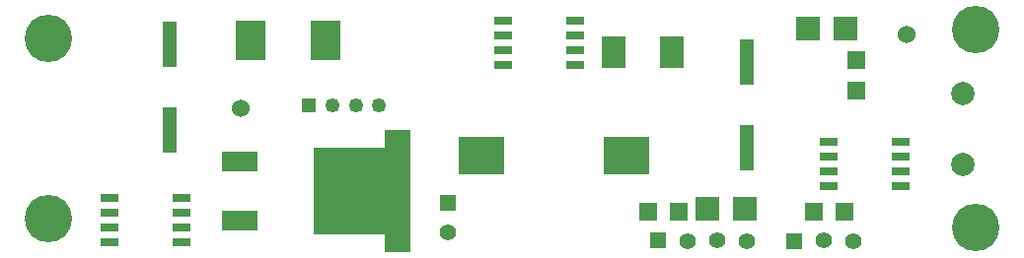
<source format=gts>
G04 #@! TF.FileFunction,Soldermask,Top*
%FSLAX46Y46*%
G04 Gerber Fmt 4.6, Leading zero omitted, Abs format (unit mm)*
G04 Created by KiCad (PCBNEW (after 2015-mar-04 BZR unknown)-product) date Wed 25 Mar 2015 12:35:45 AM CDT*
%MOMM*%
G01*
G04 APERTURE LIST*
%ADD10C,0.150000*%
%ADD11R,1.500000X1.600000*%
%ADD12R,1.600000X1.500000*%
%ADD13C,1.524000*%
%ADD14C,2.000000*%
%ADD15R,2.500000X3.500000*%
%ADD16R,3.048000X1.651000*%
%ADD17R,8.300000X7.500000*%
%ADD18R,2.250000X1.500000*%
%ADD19R,1.600000X0.700000*%
%ADD20R,1.250000X1.250000*%
%ADD21C,1.250000*%
%ADD22R,4.000000X3.300000*%
%ADD23R,1.300000X4.000000*%
%ADD24C,4.064000*%
%ADD25R,1.397000X1.397000*%
%ADD26C,1.397000*%
%ADD27R,2.000000X2.000000*%
%ADD28R,2.000000X2.800000*%
G04 APERTURE END LIST*
D10*
D11*
X224790000Y-164054000D03*
X224790000Y-166654000D03*
D12*
X209580000Y-177038000D03*
X206980000Y-177038000D03*
D13*
X229108000Y-161798000D03*
X171958000Y-168148000D03*
D14*
X233934000Y-172974000D03*
X233934000Y-166878000D03*
D15*
X172822000Y-162306000D03*
X179222000Y-162306000D03*
D16*
X171910000Y-172720000D03*
D17*
X182410000Y-175260000D03*
D16*
X171910000Y-177800000D03*
D18*
X185435000Y-170760000D03*
X185435000Y-179760000D03*
D12*
X223804000Y-177038000D03*
X221204000Y-177038000D03*
D19*
X200712000Y-164465000D03*
X200712000Y-163195000D03*
X200712000Y-161925000D03*
X200712000Y-160655000D03*
X194512000Y-160655000D03*
X194512000Y-161925000D03*
X194512000Y-163195000D03*
X194512000Y-164465000D03*
X166930000Y-179705000D03*
X166930000Y-178435000D03*
X166930000Y-177165000D03*
X166930000Y-175895000D03*
X160730000Y-175895000D03*
X160730000Y-177165000D03*
X160730000Y-178435000D03*
X160730000Y-179705000D03*
X222452000Y-171069000D03*
X222452000Y-172339000D03*
X222452000Y-173609000D03*
X222452000Y-174879000D03*
X228652000Y-174879000D03*
X228652000Y-173609000D03*
X228652000Y-172339000D03*
X228652000Y-171069000D03*
D20*
X177848000Y-167894000D03*
D21*
X179848000Y-167894000D03*
X181848000Y-167894000D03*
X183848000Y-167894000D03*
D22*
X205082000Y-172212000D03*
X192682000Y-172212000D03*
D23*
X165862000Y-170070000D03*
X165862000Y-162670000D03*
X215392000Y-164194000D03*
X215392000Y-171594000D03*
D24*
X155448000Y-177673000D03*
X155448000Y-162179000D03*
X235077000Y-161417000D03*
X235077000Y-178435000D03*
D25*
X189738000Y-176276000D03*
D26*
X189738000Y-178816000D03*
X210312000Y-179638960D03*
X212852000Y-179517040D03*
D25*
X207772000Y-179517040D03*
D26*
X215392000Y-179638960D03*
D25*
X219456000Y-179638960D03*
D26*
X221996000Y-179517040D03*
X224536000Y-179638960D03*
D27*
X223850000Y-161290000D03*
X220650000Y-161290000D03*
X212014000Y-176784000D03*
X215214000Y-176784000D03*
D28*
X204002000Y-163322000D03*
X209002000Y-163322000D03*
M02*

</source>
